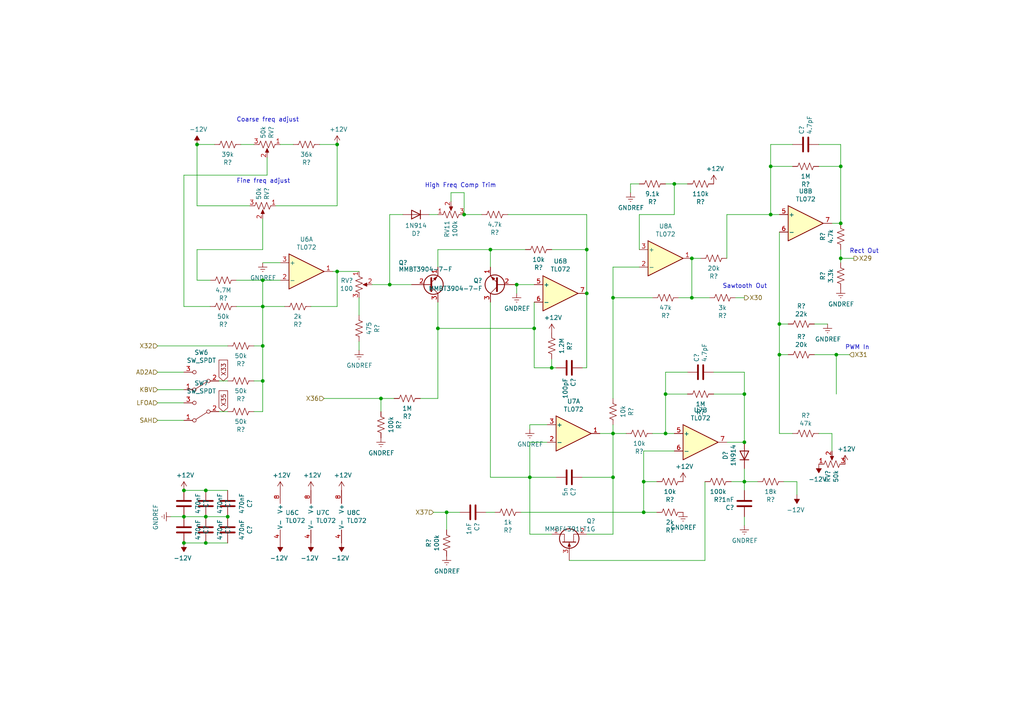
<source format=kicad_sch>
(kicad_sch (version 20230121) (generator eeschema)
  (paper "A4")
  (lib_symbols
    (symbol "Amplifier_Operational:TL072" (pin_names (offset 0.127))
      (property "Reference" "U" (at 0 5.08 0))
      (property "Value" "TL072" (at 0 -5.08 0))
      (symbol "TL072_1_1"
        (pin output line (at 7.62 0 180) (length 2.54) (name "~") (number "1"))
        (pin input line (at -7.62 -2.54 0) (length 2.54) (name "-") (number "2"))
        (pin input line (at -7.62 2.54 0) (length 2.54) (name "+") (number "3"))
      )
      (symbol "TL072_2_1"
        (pin input line (at -7.62 2.54 0) (length 2.54) (name "+") (number "5"))
        (pin input line (at -7.62 -2.54 0) (length 2.54) (name "-") (number "6"))
        (pin output line (at 7.62 0 180) (length 2.54) (name "~") (number "7"))
      )
      (symbol "TL072_3_1"
        (pin power_in line (at -2.54 -7.62 90) (length 3.81) (name "V-") (number "4"))
        (pin power_in line (at -2.54 7.62 270) (length 3.81) (name "V+") (number "8"))
      )
    )
    (symbol "Device:C" (pin_numbers hide) (pin_names (offset 0.254))
      (property "Reference" "C" (at 0.635 2.54 0))
      (property "Value" "C" (at 0.635 -2.54 0))
      (symbol "C_1_1"
        (pin passive line (at 0 3.81 270) (length 2.794) (name "~") (number "1"))
        (pin passive line (at 0 -3.81 90) (length 2.794) (name "~") (number "2"))
      )
    )
    (symbol "Device:Q_NJFET_DSG" (pin_names (offset 0) hide)
      (property "Reference" "Q" (at 5.08 1.27 0))
      (property "Value" "Q_NJFET_DSG" (at 5.08 -1.27 0))
      (symbol "Q_NJFET_DSG_1_1"
        (pin passive line (at 2.54 5.08 270) (length 2.54) (name "D") (number "1"))
        (pin passive line (at 2.54 -5.08 90) (length 2.54) (name "S") (number "2"))
        (pin input line (at -5.08 0 0) (length 5.334) (name "G") (number "3"))
      )
    )
    (symbol "Device:R_US" (pin_numbers hide) (pin_names (offset 0))
      (property "Reference" "R" (at 2.54 0 90))
      (property "Value" "R_US" (at -2.54 0 90))
      (symbol "R_US_1_1"
        (pin passive line (at 0 3.81 270) (length 1.27) (name "~") (number "1"))
        (pin passive line (at 0 -3.81 90) (length 1.27) (name "~") (number "2"))
      )
    )
    (symbol "Diode:1N914" (pin_numbers hide) (pin_names hide)
      (property "Reference" "D" (at 0 2.54 0))
      (property "Value" "1N914" (at 0 -2.54 0))
      (symbol "1N914_1_1"
        (pin passive line (at -3.81 0 0) (length 2.54) (name "K") (number "1"))
        (pin passive line (at 3.81 0 180) (length 2.54) (name "A") (number "2"))
      )
    )
    (symbol "Switch:SW_SPDT" (pin_names (offset 0) hide)
      (property "Reference" "SW" (at 0 4.318 0))
      (property "Value" "SW_SPDT" (at 0 -5.08 0))
      (symbol "SW_SPDT_1_1"
        (pin passive line (at 5.08 2.54 180) (length 2.54) (name "A") (number "1"))
        (pin passive line (at -5.08 0 0) (length 2.54) (name "B") (number "2"))
        (pin passive line (at 5.08 -2.54 180) (length 2.54) (name "C") (number "3"))
      )
    )
    (symbol "SynthProj-rescue:R_POT_US-Device" (pin_names (offset 1.016) hide)
      (property "Reference" "RV" (at -4.445 0 90))
      (property "Value" "Device_R_POT_US" (at -2.54 0 90))
      (symbol "R_POT_US-Device_1_1"
        (pin passive line (at 0 3.81 270) (length 1.27) (name "1") (number "1"))
        (pin passive line (at 3.81 0 180) (length 1.27) (name "2") (number "2"))
        (pin passive line (at 0 -3.81 90) (length 1.27) (name "3") (number "3"))
      )
    )
    (symbol "Transistor_BJT:2N3904" (pin_names (offset 0) hide)
      (property "Reference" "Q" (at 5.08 1.905 0))
      (property "Value" "2N3904" (at 5.08 0 0))
      (symbol "2N3904_1_1"
        (pin passive line (at 2.54 -5.08 90) (length 2.54) (name "E") (number "1"))
        (pin passive line (at -5.08 0 0) (length 5.715) (name "B") (number "2"))
        (pin passive line (at 2.54 5.08 270) (length 2.54) (name "C") (number "3"))
      )
    )
    (symbol "power:+12V" (power) (pin_names (offset 0))
      (property "Value" "+12V" (at 0 3.556 0))
      (symbol "+12V_1_1"
        (pin power_in line (at 0 0 90) (length 0) hide (name "+12V") (number "1"))
      )
    )
    (symbol "power:-12V" (power) (pin_names (offset 0))
      (property "Value" "-12V" (at 0 3.81 0))
      (symbol "-12V_0_0"
        (pin power_in line (at 0 0 90) (length 0) hide (name "-12V") (number "1"))
      )
    )
    (symbol "power:GNDREF" (power) (pin_names (offset 0))
      (property "Value" "GNDREF" (at 0 -3.81 0))
      (symbol "GNDREF_1_1"
        (pin power_in line (at 0 0 270) (length 0) hide (name "GNDREF") (number "1"))
      )
    )
  )
  (junction (at 177.8 86.36))
  (junction (at 59.69 142.24))
  (junction (at 226.06 102.87))
  (junction (at 113.03 82.55))
  (junction (at 186.69 139.7))
  (junction (at 223.52 48.26))
  (junction (at 66.04 149.86))
  (junction (at 215.9 128.27))
  (junction (at 243.84 74.93))
  (junction (at 200.66 86.36))
  (junction (at 186.69 148.59))
  (junction (at 53.34 142.24))
  (junction (at 97.79 41.91))
  (junction (at 57.15 41.91))
  (junction (at 160.02 106.68))
  (junction (at 215.9 139.7))
  (junction (at 110.49 115.57))
  (junction (at 243.84 64.77))
  (junction (at 170.18 85.09))
  (junction (at 76.2 110.49))
  (junction (at 193.04 125.73))
  (junction (at 170.18 72.39))
  (junction (at 59.69 149.86))
  (junction (at 226.06 93.98))
  (junction (at 242.57 102.87))
  (junction (at 177.8 125.73))
  (junction (at 97.79 78.74))
  (junction (at 154.94 95.25))
  (junction (at 53.34 157.48))
  (junction (at 223.52 62.23))
  (junction (at 129.54 148.59))
  (junction (at 149.86 82.55))
  (junction (at 142.24 72.39))
  (junction (at 153.67 138.43))
  (junction (at 193.04 114.3))
  (junction (at 177.8 138.43))
  (junction (at 76.2 81.28))
  (junction (at 243.84 48.26))
  (junction (at 195.58 53.34))
  (junction (at 76.2 100.33))
  (junction (at 127 95.25))
  (junction (at 134.62 62.23))
  (junction (at 76.2 88.9))
  (junction (at 53.34 149.86))
  (junction (at 200.66 74.93))
  (junction (at 215.9 114.3))
  (junction (at 59.69 157.48))
  (wire (pts (xy 186.69 130.81) (xy 186.69 139.7)))
  (wire (pts (xy 186.69 148.59) (xy 151.13 148.59)))
  (wire (pts (xy 143.51 148.59) (xy 140.97 148.59)))
  (wire (pts (xy 53.34 149.86) (xy 59.69 149.86)))
  (wire (pts (xy 53.34 116.84) (xy 45.72 116.84)))
  (wire (pts (xy 127 87.63) (xy 127 95.25)))
  (wire (pts (xy 200.66 86.36) (xy 205.74 86.36)))
  (wire (pts (xy 223.52 62.23) (xy 226.06 62.23)))
  (wire (pts (xy 57.15 72.39) (xy 76.2 72.39)))
  (wire (pts (xy 173.99 125.73) (xy 177.8 125.73)))
  (wire (pts (xy 210.82 62.23) (xy 223.52 62.23)))
  (wire (pts (xy 236.22 102.87) (xy 242.57 102.87)))
  (wire (pts (xy 193.04 107.95) (xy 193.04 114.3)))
  (wire (pts (xy 57.15 81.28) (xy 57.15 72.39)))
  (wire (pts (xy 72.39 59.69) (xy 57.15 59.69)))
  (wire (pts (xy 177.8 125.73) (xy 177.8 123.19)))
  (wire (pts (xy 243.84 41.91) (xy 243.84 48.26)))
  (wire (pts (xy 49.53 149.86) (xy 53.34 149.86)))
  (wire (pts (xy 177.8 125.73) (xy 181.61 125.73)))
  (wire (pts (xy 153.67 124.46) (xy 153.67 123.19)))
  (wire (pts (xy 200.66 74.93) (xy 203.2 74.93)))
  (wire (pts (xy 76.2 81.28) (xy 81.28 81.28)))
  (wire (pts (xy 195.58 130.81) (xy 186.69 130.81)))
  (wire (pts (xy 193.04 53.34) (xy 195.58 53.34)))
  (wire (pts (xy 243.84 64.77) (xy 241.3 64.77)))
  (wire (pts (xy 59.69 149.86) (xy 66.04 149.86)))
  (wire (pts (xy 240.03 93.98) (xy 236.22 93.98)))
  (wire (pts (xy 242.57 114.3) (xy 242.57 102.87)))
  (wire (pts (xy 116.84 62.23) (xy 113.03 62.23)))
  (wire (pts (xy 207.01 107.95) (xy 215.9 107.95)))
  (wire (pts (xy 226.06 102.87) (xy 226.06 125.73)))
  (wire (pts (xy 219.71 139.7) (xy 215.9 139.7)))
  (wire (pts (xy 215.9 142.24) (xy 215.9 139.7)))
  (wire (pts (xy 77.47 45.72) (xy 77.47 50.8)))
  (wire (pts (xy 237.49 48.26) (xy 243.84 48.26)))
  (wire (pts (xy 226.06 102.87) (xy 228.6 102.87)))
  (wire (pts (xy 242.57 102.87) (xy 246.38 102.87)))
  (wire (pts (xy 154.94 106.68) (xy 160.02 106.68)))
  (wire (pts (xy 226.06 125.73) (xy 229.87 125.73)))
  (wire (pts (xy 153.67 154.94) (xy 153.67 138.43)))
  (wire (pts (xy 210.82 128.27) (xy 215.9 128.27)))
  (wire (pts (xy 76.2 88.9) (xy 76.2 81.28)))
  (wire (pts (xy 77.47 50.8) (xy 53.34 50.8)))
  (wire (pts (xy 142.24 72.39) (xy 142.24 77.47)))
  (wire (pts (xy 130.81 55.88) (xy 134.62 55.88)))
  (wire (pts (xy 53.34 113.03) (xy 45.72 113.03)))
  (wire (pts (xy 113.03 82.55) (xy 119.38 82.55)))
  (wire (pts (xy 160.02 72.39) (xy 170.18 72.39)))
  (wire (pts (xy 127 115.57) (xy 121.92 115.57)))
  (wire (pts (xy 170.18 85.09) (xy 170.18 106.68)))
  (wire (pts (xy 199.39 114.3) (xy 193.04 114.3)))
  (wire (pts (xy 170.18 72.39) (xy 170.18 85.09)))
  (wire (pts (xy 231.14 139.7) (xy 227.33 139.7)))
  (wire (pts (xy 186.69 139.7) (xy 190.5 139.7)))
  (wire (pts (xy 127 72.39) (xy 142.24 72.39)))
  (wire (pts (xy 243.84 74.93) (xy 243.84 72.39)))
  (wire (pts (xy 185.42 62.23) (xy 185.42 72.39)))
  (wire (pts (xy 73.66 119.38) (xy 76.2 119.38)))
  (wire (pts (xy 215.9 128.27) (xy 215.9 114.3)))
  (wire (pts (xy 213.36 86.36) (xy 215.9 86.36)))
  (wire (pts (xy 59.69 142.24) (xy 66.04 142.24)))
  (wire (pts (xy 53.34 157.48) (xy 59.69 157.48)))
  (wire (pts (xy 96.52 78.74) (xy 97.79 78.74)))
  (wire (pts (xy 110.49 119.38) (xy 110.49 115.57)))
  (wire (pts (xy 243.84 48.26) (xy 243.84 64.77)))
  (wire (pts (xy 195.58 125.73) (xy 193.04 125.73)))
  (wire (pts (xy 133.35 148.59) (xy 129.54 148.59)))
  (wire (pts (xy 69.85 41.91) (xy 73.66 41.91)))
  (wire (pts (xy 177.8 77.47) (xy 185.42 77.47)))
  (wire (pts (xy 231.14 139.7) (xy 231.14 143.51)))
  (wire (pts (xy 226.06 67.31) (xy 226.06 93.98)))
  (wire (pts (xy 177.8 115.57) (xy 177.8 86.36)))
  (wire (pts (xy 57.15 59.69) (xy 57.15 41.91)))
  (wire (pts (xy 53.34 88.9) (xy 60.96 88.9)))
  (wire (pts (xy 134.62 62.23) (xy 139.7 62.23)))
  (wire (pts (xy 73.66 100.33) (xy 76.2 100.33)))
  (wire (pts (xy 160.02 104.14) (xy 160.02 106.68)))
  (wire (pts (xy 226.06 93.98) (xy 226.06 102.87)))
  (wire (pts (xy 68.58 88.9) (xy 76.2 88.9)))
  (wire (pts (xy 76.2 81.28) (xy 68.58 81.28)))
  (wire (pts (xy 45.72 100.33) (xy 66.04 100.33)))
  (wire (pts (xy 177.8 86.36) (xy 177.8 77.47)))
  (wire (pts (xy 53.34 50.8) (xy 53.34 88.9)))
  (wire (pts (xy 215.9 107.95) (xy 215.9 114.3)))
  (wire (pts (xy 195.58 62.23) (xy 185.42 62.23)))
  (wire (pts (xy 193.04 114.3) (xy 193.04 125.73)))
  (wire (pts (xy 63.5 110.49) (xy 66.04 110.49)))
  (wire (pts (xy 129.54 153.67) (xy 129.54 148.59)))
  (wire (pts (xy 142.24 72.39) (xy 152.4 72.39)))
  (wire (pts (xy 243.84 76.2) (xy 243.84 74.93)))
  (wire (pts (xy 76.2 76.2) (xy 81.28 76.2)))
  (wire (pts (xy 113.03 62.23) (xy 113.03 82.55)))
  (wire (pts (xy 97.79 78.74) (xy 97.79 88.9)))
  (wire (pts (xy 228.6 93.98) (xy 226.06 93.98)))
  (wire (pts (xy 154.94 95.25) (xy 154.94 106.68)))
  (wire (pts (xy 193.04 125.73) (xy 189.23 125.73)))
  (wire (pts (xy 57.15 41.91) (xy 62.23 41.91)))
  (wire (pts (xy 170.18 106.68) (xy 168.91 106.68)))
  (wire (pts (xy 210.82 74.93) (xy 210.82 62.23)))
  (wire (pts (xy 215.9 152.4) (xy 215.9 149.86)))
  (wire (pts (xy 200.66 86.36) (xy 196.85 86.36)))
  (wire (pts (xy 186.69 139.7) (xy 186.69 148.59)))
  (wire (pts (xy 158.75 128.27) (xy 153.67 128.27)))
  (wire (pts (xy 92.71 41.91) (xy 97.79 41.91)))
  (wire (pts (xy 149.86 82.55) (xy 154.94 82.55)))
  (wire (pts (xy 53.34 142.24) (xy 59.69 142.24)))
  (wire (pts (xy 97.79 78.74) (xy 104.14 78.74)))
  (wire (pts (xy 241.3 130.81) (xy 241.3 125.73)))
  (wire (pts (xy 223.52 41.91) (xy 229.87 41.91)))
  (wire (pts (xy 134.62 55.88) (xy 134.62 62.23)))
  (wire (pts (xy 104.14 101.6) (xy 104.14 99.06)))
  (wire (pts (xy 215.9 139.7) (xy 215.9 135.89)))
  (wire (pts (xy 170.18 62.23) (xy 170.18 72.39)))
  (wire (pts (xy 195.58 53.34) (xy 195.58 62.23)))
  (wire (pts (xy 212.09 139.7) (xy 215.9 139.7)))
  (wire (pts (xy 223.52 48.26) (xy 223.52 41.91)))
  (wire (pts (xy 76.2 100.33) (xy 76.2 110.49)))
  (wire (pts (xy 104.14 91.44) (xy 104.14 86.36)))
  (wire (pts (xy 147.32 62.23) (xy 170.18 62.23)))
  (wire (pts (xy 82.55 88.9) (xy 76.2 88.9)))
  (wire (pts (xy 76.2 88.9) (xy 76.2 100.33)))
  (wire (pts (xy 59.69 157.48) (xy 66.04 157.48)))
  (wire (pts (xy 160.02 106.68) (xy 161.29 106.68)))
  (wire (pts (xy 243.84 74.93) (xy 247.65 74.93)))
  (wire (pts (xy 63.5 119.38) (xy 66.04 119.38)))
  (wire (pts (xy 127 95.25) (xy 127 115.57)))
  (wire (pts (xy 229.87 48.26) (xy 223.52 48.26)))
  (wire (pts (xy 200.66 74.93) (xy 200.66 86.36)))
  (wire (pts (xy 127 77.47) (xy 127 72.39)))
  (wire (pts (xy 73.66 110.49) (xy 76.2 110.49)))
  (wire (pts (xy 107.95 82.55) (xy 113.03 82.55)))
  (wire (pts (xy 204.47 162.56) (xy 204.47 139.7)))
  (wire (pts (xy 110.49 115.57) (xy 114.3 115.57)))
  (wire (pts (xy 93.98 115.57) (xy 110.49 115.57)))
  (wire (pts (xy 129.54 148.59) (xy 125.73 148.59)))
  (wire (pts (xy 76.2 110.49) (xy 76.2 119.38)))
  (wire (pts (xy 182.88 55.88) (xy 182.88 53.34)))
  (wire (pts (xy 189.23 86.36) (xy 177.8 86.36)))
  (wire (pts (xy 154.94 95.25) (xy 154.94 87.63)))
  (wire (pts (xy 168.91 138.43) (xy 177.8 138.43)))
  (wire (pts (xy 165.1 162.56) (xy 204.47 162.56)))
  (wire (pts (xy 160.02 154.94) (xy 153.67 154.94)))
  (wire (pts (xy 53.34 121.92) (xy 45.72 121.92)))
  (wire (pts (xy 153.67 138.43) (xy 161.29 138.43)))
  (wire (pts (xy 81.28 41.91) (xy 85.09 41.91)))
  (wire (pts (xy 182.88 53.34) (xy 185.42 53.34)))
  (wire (pts (xy 142.24 87.63) (xy 142.24 138.43)))
  (wire (pts (xy 215.9 114.3) (xy 207.01 114.3)))
  (wire (pts (xy 142.24 138.43) (xy 153.67 138.43)))
  (wire (pts (xy 223.52 48.26) (xy 223.52 62.23)))
  (wire (pts (xy 97.79 88.9) (xy 90.17 88.9)))
  (wire (pts (xy 80.01 59.69) (xy 97.79 59.69)))
  (wire (pts (xy 241.3 125.73) (xy 237.49 125.73)))
  (wire (pts (xy 153.67 128.27) (xy 153.67 138.43)))
  (wire (pts (xy 237.49 41.91) (xy 243.84 41.91)))
  (wire (pts (xy 60.96 81.28) (xy 57.15 81.28)))
  (wire (pts (xy 190.5 148.59) (xy 186.69 148.59)))
  (wire (pts (xy 177.8 138.43) (xy 177.8 154.94)))
  (wire (pts (xy 130.81 58.42) (xy 130.81 55.88)))
  (wire (pts (xy 76.2 72.39) (xy 76.2 63.5)))
  (wire (pts (xy 177.8 125.73) (xy 177.8 138.43)))
  (wire (pts (xy 195.58 53.34) (xy 199.39 53.34)))
  (wire (pts (xy 170.18 154.94) (xy 177.8 154.94)))
  (wire (pts (xy 149.86 85.09) (xy 149.86 82.55)))
  (wire (pts (xy 53.34 107.95) (xy 45.72 107.95)))
  (wire (pts (xy 97.79 59.69) (xy 97.79 41.91)))
  (wire (pts (xy 127 95.25) (xy 154.94 95.25)))
  (wire (pts (xy 199.39 107.95) (xy 193.04 107.95)))
  (wire (pts (xy 153.67 123.19) (xy 158.75 123.19)))
  (wire (pts (xy 124.46 62.23) (xy 127 62.23)))
  (text "PWM In" (at 245.11 101.6 0) (effects (font (size 1.27 1.27)) (justify left bottom)))
  (text "Fine freq adjust" (at 68.58 53.34 0) (effects (font (size 1.27 1.27)) (justify left bottom)))
  (text "High Freq Comp Trim" (at 123.19 54.61 0) (effects (font (size 1.27 1.27)) (justify left bottom)))
  (text "Coarse freq adjust" (at 68.58 35.56 0) (effects (font (size 1.27 1.27)) (justify left bottom)))
  (text "Sawtooth Out" (at 209.55 83.82 0) (effects (font (size 1.27 1.27)) (justify left bottom)))
  (text "Rect Out" (at 246.38 73.66 0) (effects (font (size 1.27 1.27)) (justify left bottom)))
  (global_label "X33" (shape input) (at 64.77 110.49 90) (property "Intersheetrefs" "${INTERSHEET_REFS}" (effects hide)))
  (global_label "X35" (shape input) (at 64.77 119.38 90) (property "Intersheetrefs" "${INTERSHEET_REFS}" (effects hide)))
  (hierarchical_label "KBV" (shape input) (at 45.72 113.03 180))
  (hierarchical_label "X30" (shape output) (at 215.9 86.36 0))
  (hierarchical_label "X29" (shape output) (at 247.65 74.93 0))
  (hierarchical_label "X37" (shape input) (at 125.73 148.59 180))
  (hierarchical_label "X36" (shape input) (at 93.98 115.57 180))
  (hierarchical_label "X31" (shape input) (at 246.38 102.87 0))
  (hierarchical_label "AD2A" (shape input) (at 45.72 107.95 180))
  (hierarchical_label "SAH" (shape input) (at 45.72 121.92 180))
  (hierarchical_label "LFOA" (shape input) (at 45.72 116.84 180))
  (hierarchical_label "X32" (shape input) (at 45.72 100.33 180))
  (symbol (lib_id "power:+12V") (at 53.34 142.24 0) (unit 1)
    (property "Reference" "#PWR?" (effects hide))
    (property "Value" "+12V" (at 53.721 137.8458 0))
    (instances (project "SynthProj" (path "" (reference "#PWR?") (unit 1)) (path "" (reference "#PWR?") (unit 1)) (path "" (reference "#PWR097") (unit 1)) (path "" (reference "#PWR022") (unit 1))))
  )
  (symbol (lib_id "power:-12V") (at 53.34 157.48 180) (unit 1)
    (property "Reference" "#PWR?" (effects hide))
    (property "Value" "-12V" (at 52.959 161.8742 0))
    (instances (project "SynthProj" (path "" (reference "#PWR?") (unit 1)) (path "" (reference "#PWR?") (unit 1)) (path "" (reference "#PWR098") (unit 1)) (path "" (reference "#PWR023") (unit 1))))
  )
  (symbol (lib_id "power:GNDREF") (at 49.53 149.86 270) (unit 1)
    (property "Reference" "#PWR?" (effects hide))
    (property "Value" "GNDREF" (at 45.1358 149.987 0))
    (instances (project "SynthProj" (path "" (reference "#PWR?") (unit 1)) (path "" (reference "#PWR?") (unit 1)) (path "" (reference "#PWR096") (unit 1)) (path "" (reference "#PWR021") (unit 1))))
  )
  (symbol (lib_id "Device:C") (at 59.69 146.05 180) (unit 1)
    (property "Reference" "C?" (at 66.0908 146.05 90))
    (property "Value" "470nF" (at 63.7794 146.05 90))
    (property "Footprint" "Capacitor_SMD:C_0805_2012Metric" (effects hide))
    (instances (project "SynthProj" (path "" (reference "C?") (unit 1)) (path "" (reference "C?") (unit 1)) (path "" (reference "C25") (unit 1)) (path "" (reference "C96") (unit 1))))
  )
  (symbol (lib_id "Device:C") (at 59.69 153.67 180) (unit 1)
    (property "Reference" "C?" (at 66.0908 153.67 90))
    (property "Value" "470nF" (at 63.7794 153.67 90))
    (property "Footprint" "Capacitor_SMD:C_0805_2012Metric" (effects hide))
    (instances (project "SynthProj" (path "" (reference "C?") (unit 1)) (path "" (reference "C?") (unit 1)) (path "" (reference "C26") (unit 1)) (path "" (reference "C97") (unit 1))))
  )
  (symbol (lib_id "Amplifier_Operational:TL072") (at 88.9 78.74 0) (unit 1)
    (property "Reference" "U6" (at 88.9 69.4182 0))
    (property "Value" "TL072" (at 88.9 71.7296 0))
    (property "Footprint" "Package_SO:SO-8_3.9x4.9mm_P1.27mm" (effects hide))
    (property "Datasheet" "http://www.ti.com/lit/ds/symlink/tl071.pdf" (effects hide))
    (instances (project "SynthProj" (path "" (reference "U6") (unit 1)) (path "" (reference "U17") (unit 1))))
  )
  (symbol (lib_id "Amplifier_Operational:TL072") (at 83.82 149.86 0) (unit 3)
    (property "Reference" "U6" (at 82.7532 148.6916 0) (effects (justify left)))
    (property "Value" "TL072" (at 82.7532 151.003 0) (effects (justify left)))
    (property "Footprint" "Package_SO:SO-8_3.9x4.9mm_P1.27mm" (effects hide))
    (property "Datasheet" "http://www.ti.com/lit/ds/symlink/tl071.pdf" (effects hide))
    (instances (project "SynthProj" (path "" (reference "U6") (unit 3)) (path "" (reference "U17") (unit 3))))
  )
  (symbol (lib_id "SynthProj-rescue:R_POT_US-Device") (at 104.14 82.55 0) (unit 1)
    (property "Reference" "RV?" (at 102.4382 81.3816 0) (effects (justify right)))
    (property "Value" "100" (at 102.4382 83.693 0) (effects (justify right)))
    (property "Footprint" "Potentiometer_SMD:Potentiometer_Bourns_TC33X_Vertical" (effects hide))
    (instances (project "SynthProj" (path "" (reference "RV?") (unit 1)) (path "" (reference "RV?") (unit 1)) (path "" (reference "RV15") (unit 1)) (path "" (reference "RV?") (unit 1)) (path "" (reference "RV45") (unit 1))))
  )
  (symbol (lib_id "Device:R_US") (at 104.14 95.25 180) (unit 1)
    (property "Reference" "R?" (at 109.347 95.25 90))
    (property "Value" "475" (at 107.0356 95.25 90))
    (property "Footprint" "Resistor_SMD:R_0603_1608Metric" (effects hide))
    (instances (project "SynthProj" (path "" (reference "R?") (unit 1)) (path "" (reference "R?") (unit 1)) (path "" (reference "R72") (unit 1)) (path "" (reference "R185") (unit 1))))
  )
  (symbol (lib_id "power:GNDREF") (at 104.14 101.6 0) (unit 1)
    (property "Reference" "#PWR?" (effects hide))
    (property "Value" "GNDREF" (at 104.267 105.9942 0))
    (instances (project "SynthProj" (path "" (reference "#PWR?") (unit 1)) (path "" (reference "#PWR?") (unit 1)) (path "" (reference "#PWR0108") (unit 1)) (path "" (reference "#PWR0227") (unit 1))))
  )
  (symbol (lib_id "Device:R_US") (at 86.36 88.9 90) (unit 1)
    (property "Reference" "R?" (at 86.36 94.107 90))
    (property "Value" "2k" (at 86.36 91.7956 90))
    (property "Footprint" "Resistor_SMD:R_0603_1608Metric" (effects hide))
    (instances (project "SynthProj" (path "" (reference "R?") (unit 1)) (path "" (reference "R?") (unit 1)) (path "" (reference "R70") (unit 1)) (path "" (reference "R183") (unit 1))))
  )
  (symbol (lib_id "Diode:1N914") (at 120.65 62.23 180) (unit 1)
    (property "Reference" "D?" (at 120.65 67.7418 0))
    (property "Value" "1N914" (at 120.65 65.4304 0))
    (property "Footprint" "Diode_SMD:D_SOD-323F" (effects hide))
    (property "Datasheet" "http://www.vishay.com/docs/85622/1n914.pdf" (effects hide))
    (instances (project "SynthProj" (path "" (reference "D?") (unit 1)) (path "" (reference "D?") (unit 1)) (path "" (reference "D4") (unit 1)) (path "" (reference "D34") (unit 1))))
  )
  (symbol (lib_id "Device:R_US") (at 143.51 62.23 90) (unit 1)
    (property "Reference" "R?" (at 143.51 67.437 90))
    (property "Value" "4.7k" (at 143.51 65.1256 90))
    (property "Footprint" "Resistor_SMD:R_0603_1608Metric" (effects hide))
    (instances (project "SynthProj" (path "" (reference "R?") (unit 1)) (path "" (reference "R?") (unit 1)) (path "" (reference "R76") (unit 1)) (path "" (reference "R189") (unit 1))))
  )
  (symbol (lib_id "Amplifier_Operational:TL072") (at 162.56 85.09 0) (unit 2)
    (property "Reference" "U6" (at 162.56 75.7682 0))
    (property "Value" "TL072" (at 162.56 78.0796 0))
    (property "Footprint" "Package_SO:SO-8_3.9x4.9mm_P1.27mm" (effects hide))
    (property "Datasheet" "http://www.ti.com/lit/ds/symlink/tl071.pdf" (effects hide))
    (instances (project "SynthProj" (path "" (reference "U6") (unit 2)) (path "" (reference "U17") (unit 2))))
  )
  (symbol (lib_id "Transistor_BJT:2N3904") (at 144.78 82.55 180) (unit 1)
    (property "Reference" "Q?" (at 139.9286 81.3816 0) (effects (justify left)))
    (property "Value" "MMBT3904-7-F" (at 139.9286 83.693 0) (effects (justify left)))
    (property "Footprint" "Package_TO_SOT_SMD:SOT-23-3" (effects hide))
    (property "Datasheet" "https://www.onsemi.com/pub/Collateral/2N3903-D.PDF" (effects hide))
    (instances (project "SynthProj" (path "" (reference "Q?") (unit 1)) (path "" (reference "Q?") (unit 1)) (path "" (reference "Q11") (unit 1)) (path "" (reference "Q25") (unit 1))))
  )
  (symbol (lib_id "Transistor_BJT:2N3904") (at 124.46 82.55 0) (mirror x) (unit 1)
    (property "Reference" "Q?" (at 115.57 76.2 0) (effects (justify left)))
    (property "Value" "MMBT3904-7-F" (at 115.57 78.105 0) (effects (justify left)))
    (property "Footprint" "Package_TO_SOT_SMD:SOT-23-3" (effects hide))
    (property "Datasheet" "https://www.onsemi.com/pub/Collateral/2N3903-D.PDF" (effects hide))
    (instances (project "SynthProj" (path "" (reference "Q?") (unit 1)) (path "" (reference "Q?") (unit 1)) (path "" (reference "Q10") (unit 1)) (path "" (reference "Q20") (unit 1))))
  )
  (symbol (lib_id "power:GNDREF") (at 149.86 85.09 0) (unit 1)
    (property "Reference" "#PWR?" (effects hide))
    (property "Value" "GNDREF" (at 149.987 89.4842 0))
    (instances (project "SynthProj" (path "" (reference "#PWR?") (unit 1)) (path "" (reference "#PWR?") (unit 1)) (path "" (reference "#PWR0111") (unit 1)) (path "" (reference "#PWR0230") (unit 1))))
  )
  (symbol (lib_id "Device:R_US") (at 156.21 72.39 90) (unit 1)
    (property "Reference" "R?" (at 156.21 77.597 90))
    (property "Value" "10k" (at 156.21 75.2856 90))
    (property "Footprint" "Resistor_SMD:R_0603_1608Metric" (effects hide))
    (instances (project "SynthProj" (path "" (reference "R?") (unit 1)) (path "" (reference "R?") (unit 1)) (path "" (reference "R78") (unit 1)) (path "" (reference "R191") (unit 1))))
  )
  (symbol (lib_id "power:GNDREF") (at 76.2 76.2 0) (unit 1)
    (property "Reference" "#PWR?" (effects hide))
    (property "Value" "GNDREF" (at 76.327 80.5942 0))
    (instances (project "SynthProj" (path "" (reference "#PWR?") (unit 1)) (path "" (reference "#PWR?") (unit 1)) (path "" (reference "#PWR0100") (unit 1)) (path "" (reference "#PWR029") (unit 1))))
  )
  (symbol (lib_id "Device:R_US") (at 64.77 81.28 90) (unit 1)
    (property "Reference" "R?" (at 64.77 86.487 90))
    (property "Value" "4.7M" (at 64.77 84.1756 90))
    (property "Footprint" "Resistor_SMD:R_0603_1608Metric" (effects hide))
    (instances (project "SynthProj" (path "" (reference "R?") (unit 1)) (path "" (reference "R?") (unit 1)) (path "" (reference "R64") (unit 1)) (path "" (reference "R177") (unit 1))))
  )
  (symbol (lib_id "SynthProj-rescue:R_POT_US-Device") (at 76.2 59.69 270) (unit 1)
    (property "Reference" "RV?" (at 77.3684 57.9882 0) (effects (justify right)))
    (property "Value" "50k" (at 75.057 57.9882 0) (effects (justify right)))
    (property "Footprint" "Potentiometer_THT:Potentiometer_Alps_RK09K_Single_Vertical" (effects hide))
    (instances (project "SynthProj" (path "" (reference "RV?") (unit 1)) (path "" (reference "RV?") (unit 1)) (path "" (reference "RV13") (unit 1)) (path "" (reference "RV?") (unit 1)) (path "" (reference "RV43") (unit 1))))
  )
  (symbol (lib_id "Device:R_US") (at 66.04 41.91 90) (unit 1)
    (property "Reference" "R?" (at 66.04 47.117 90))
    (property "Value" "39k" (at 66.04 44.8056 90))
    (property "Footprint" "Resistor_SMD:R_0603_1608Metric" (effects hide))
    (instances (project "SynthProj" (path "" (reference "R?") (unit 1)) (path "" (reference "R?") (unit 1)) (path "" (reference "R66") (unit 1)) (path "" (reference "R179") (unit 1))))
  )
  (symbol (lib_id "Device:R_US") (at 88.9 41.91 90) (unit 1)
    (property "Reference" "R?" (at 88.9 47.117 90))
    (property "Value" "36k" (at 88.9 44.8056 90))
    (property "Footprint" "Resistor_SMD:R_0603_1608Metric" (effects hide))
    (instances (project "SynthProj" (path "" (reference "R?") (unit 1)) (path "" (reference "R?") (unit 1)) (path "" (reference "R71") (unit 1)) (path "" (reference "R184") (unit 1))))
  )
  (symbol (lib_id "SynthProj-rescue:R_POT_US-Device") (at 77.47 41.91 270) (unit 1)
    (property "Reference" "RV?" (at 78.6384 40.2082 0) (effects (justify right)))
    (property "Value" "50k" (at 76.327 40.2082 0) (effects (justify right)))
    (property "Footprint" "Potentiometer_THT:Potentiometer_Alps_RK09K_Single_Vertical" (effects hide))
    (instances (project "SynthProj" (path "" (reference "RV?") (unit 1)) (path "" (reference "RV?") (unit 1)) (path "" (reference "RV14") (unit 1)) (path "" (reference "RV?") (unit 1)) (path "" (reference "RV44") (unit 1))))
  )
  (symbol (lib_id "power:+12V") (at 81.28 142.24 0) (unit 1)
    (property "Reference" "#PWR?" (effects hide))
    (property "Value" "+12V" (at 81.661 137.8458 0))
    (instances (project "SynthProj" (path "" (reference "#PWR?") (unit 1)) (path "" (reference "#PWR?") (unit 1)) (path "" (reference "#PWR0101") (unit 1)) (path "" (reference "#PWR0152") (unit 1))))
  )
  (symbol (lib_id "power:-12V") (at 81.28 157.48 180) (unit 1)
    (property "Reference" "#PWR?" (effects hide))
    (property "Value" "-12V" (at 80.899 161.8742 0))
    (instances (project "SynthProj" (path "" (reference "#PWR?") (unit 1)) (path "" (reference "#PWR?") (unit 1)) (path "" (reference "#PWR0102") (unit 1)) (path "" (reference "#PWR0153") (unit 1))))
  )
  (symbol (lib_id "power:+12V") (at 97.79 41.91 0) (unit 1)
    (property "Reference" "#PWR?" (effects hide))
    (property "Value" "+12V" (at 98.171 37.5158 0))
    (instances (project "SynthProj" (path "" (reference "#PWR?") (unit 1)) (path "" (reference "#PWR?") (unit 1)) (path "" (reference "#PWR0105") (unit 1)) (path "" (reference "#PWR0172") (unit 1))))
  )
  (symbol (lib_id "power:-12V") (at 57.15 41.91 0) (unit 1)
    (property "Reference" "#PWR?" (effects hide))
    (property "Value" "-12V" (at 57.531 37.5158 0))
    (instances (project "SynthProj" (path "" (reference "#PWR?") (unit 1)) (path "" (reference "#PWR?") (unit 1)) (path "" (reference "#PWR099") (unit 1)) (path "" (reference "#PWR024") (unit 1))))
  )
  (symbol (lib_id "Device:R_US") (at 64.77 88.9 90) (unit 1)
    (property "Reference" "R?" (at 64.77 94.107 90))
    (property "Value" "50k" (at 64.77 91.7956 90))
    (property "Footprint" "Resistor_SMD:R_0603_1608Metric" (effects hide))
    (instances (project "SynthProj" (path "" (reference "R?") (unit 1)) (path "" (reference "R?") (unit 1)) (path "" (reference "R65") (unit 1)) (path "" (reference "R178") (unit 1))))
  )
  (symbol (lib_id "Amplifier_Operational:TL072") (at 166.37 125.73 0) (unit 1)
    (property "Reference" "U7" (at 166.37 116.4082 0))
    (property "Value" "TL072" (at 166.37 118.7196 0))
    (property "Footprint" "Package_SO:SO-8_3.9x4.9mm_P1.27mm" (effects hide))
    (property "Datasheet" "http://www.ti.com/lit/ds/symlink/tl071.pdf" (effects hide))
    (instances (project "SynthProj" (path "" (reference "U7") (unit 1)) (path "" (reference "U18") (unit 1))))
  )
  (symbol (lib_id "Device:C") (at 165.1 138.43 270) (unit 1)
    (property "Reference" "C?" (at 166.2684 141.351 0) (effects (justify left)))
    (property "Value" "5n" (at 163.957 141.351 0) (effects (justify left)))
    (property "Footprint" "Capacitor_SMD:C_0603_1608Metric" (effects hide))
    (instances (project "SynthProj" (path "" (reference "C?") (unit 1)) (path "" (reference "C?") (unit 1)) (path "" (reference "C31") (unit 1)) (path "" (reference "C102") (unit 1))))
  )
  (symbol (lib_id "Device:R_US") (at 177.8 119.38 180) (unit 1)
    (property "Reference" "R?" (at 183.007 119.38 90))
    (property "Value" "10k" (at 180.6956 119.38 90))
    (property "Footprint" "Resistor_SMD:R_0603_1608Metric" (effects hide))
    (instances (project "SynthProj" (path "" (reference "R?") (unit 1)) (path "" (reference "R?") (unit 1)) (path "" (reference "R80") (unit 1)) (path "" (reference "R193") (unit 1))))
  )
  (symbol (lib_id "Device:R_US") (at 185.42 125.73 90) (unit 1)
    (property "Reference" "R?" (at 185.42 130.937 90))
    (property "Value" "10k" (at 185.42 128.6256 90))
    (property "Footprint" "Resistor_SMD:R_0603_1608Metric" (effects hide))
    (instances (project "SynthProj" (path "" (reference "R?") (unit 1)) (path "" (reference "R?") (unit 1)) (path "" (reference "R81") (unit 1)) (path "" (reference "R194") (unit 1))))
  )
  (symbol (lib_id "Device:R_US") (at 194.31 139.7 90) (unit 1)
    (property "Reference" "R?" (at 194.31 144.907 90))
    (property "Value" "10k" (at 194.31 142.5956 90))
    (property "Footprint" "Resistor_SMD:R_0603_1608Metric" (effects hide))
    (instances (project "SynthProj" (path "" (reference "R?") (unit 1)) (path "" (reference "R?") (unit 1)) (path "" (reference "R84") (unit 1)) (path "" (reference "R197") (unit 1))))
  )
  (symbol (lib_id "Device:R_US") (at 194.31 148.59 90) (unit 1)
    (property "Reference" "R?" (at 194.31 153.797 90))
    (property "Value" "2k" (at 194.31 151.4856 90))
    (property "Footprint" "Resistor_SMD:R_0603_1608Metric" (effects hide))
    (instances (project "SynthProj" (path "" (reference "R?") (unit 1)) (path "" (reference "R?") (unit 1)) (path "" (reference "R85") (unit 1)) (path "" (reference "R198") (unit 1))))
  )
  (symbol (lib_id "power:GNDREF") (at 198.12 148.59 0) (unit 1)
    (property "Reference" "#PWR?" (effects hide))
    (property "Value" "GNDREF" (at 198.247 152.9842 0))
    (instances (project "SynthProj" (path "" (reference "#PWR?") (unit 1)) (path "" (reference "#PWR?") (unit 1)) (path "" (reference "#PWR0116") (unit 1)) (path "" (reference "#PWR0235") (unit 1))))
  )
  (symbol (lib_id "power:+12V") (at 198.12 139.7 0) (unit 1)
    (property "Reference" "#PWR?" (effects hide))
    (property "Value" "+12V" (at 198.501 135.3058 0))
    (instances (project "SynthProj" (path "" (reference "#PWR?") (unit 1)) (path "" (reference "#PWR?") (unit 1)) (path "" (reference "#PWR0115") (unit 1)) (path "" (reference "#PWR0234") (unit 1))))
  )
  (symbol (lib_id "Device:R_US") (at 147.32 148.59 90) (unit 1)
    (property "Reference" "R?" (at 147.32 153.797 90))
    (property "Value" "1k" (at 147.32 151.4856 90))
    (property "Footprint" "Resistor_SMD:R_0603_1608Metric" (effects hide))
    (instances (project "SynthProj" (path "" (reference "R?") (unit 1)) (path "" (reference "R?") (unit 1)) (path "" (reference "R77") (unit 1)) (path "" (reference "R190") (unit 1))))
  )
  (symbol (lib_id "power:GNDREF") (at 153.67 124.46 0) (unit 1)
    (property "Reference" "#PWR?" (effects hide))
    (property "Value" "GNDREF" (at 153.797 128.8542 0))
    (instances (project "SynthProj" (path "" (reference "#PWR?") (unit 1)) (path "" (reference "#PWR?") (unit 1)) (path "" (reference "#PWR0112") (unit 1)) (path "" (reference "#PWR0231") (unit 1))))
  )
  (symbol (lib_id "Device:R_US") (at 69.85 100.33 90) (unit 1)
    (property "Reference" "R?" (at 69.85 105.537 90))
    (property "Value" "50k" (at 69.85 103.2256 90))
    (property "Footprint" "Resistor_SMD:R_0603_1608Metric" (effects hide))
    (instances (project "SynthProj" (path "" (reference "R?") (unit 1)) (path "" (reference "R?") (unit 1)) (path "" (reference "R67") (unit 1)) (path "" (reference "R180") (unit 1))))
  )
  (symbol (lib_id "Device:R_US") (at 69.85 110.49 90) (unit 1)
    (property "Reference" "R?" (at 69.85 115.697 90))
    (property "Value" "50k" (at 69.85 113.3856 90))
    (property "Footprint" "Resistor_SMD:R_0603_1608Metric" (effects hide))
    (instances (project "SynthProj" (path "" (reference "R?") (unit 1)) (path "" (reference "R?") (unit 1)) (path "" (reference "R68") (unit 1)) (path "" (reference "R181") (unit 1))))
  )
  (symbol (lib_id "Switch:SW_SPDT") (at 58.42 119.38 180) (unit 1)
    (property "Reference" "SW7" (at 58.42 111.125 0))
    (property "Value" "SW_SPDT" (at 58.42 113.4364 0))
    (property "Footprint" "SynthProjConnectors:SMTS-102" (effects hide))
    (instances (project "SynthProj" (path "" (reference "SW7") (unit 1)) (path "" (reference "SW25") (unit 1))))
  )
  (symbol (lib_id "Device:R_US") (at 69.85 119.38 90) (unit 1)
    (property "Reference" "R?" (at 69.85 124.587 90))
    (property "Value" "50k" (at 69.85 122.2756 90))
    (property "Footprint" "Resistor_SMD:R_0603_1608Metric" (effects hide))
    (instances (project "SynthProj" (path "" (reference "R?") (unit 1)) (path "" (reference "R?") (unit 1)) (path "" (reference "R69") (unit 1)) (path "" (reference "R182") (unit 1))))
  )
  (symbol (lib_id "Switch:SW_SPDT") (at 58.42 110.49 180) (unit 1)
    (property "Reference" "SW6" (at 58.42 102.235 0))
    (property "Value" "SW_SPDT" (at 58.42 104.5464 0))
    (property "Footprint" "SynthProjConnectors:SMTS-102" (effects hide))
    (instances (project "SynthProj" (path "" (reference "SW6") (unit 1)) (path "" (reference "SW24") (unit 1))))
  )
  (symbol (lib_id "Device:R_US") (at 118.11 115.57 90) (unit 1)
    (property "Reference" "R?" (at 118.11 120.777 90))
    (property "Value" "1M" (at 118.11 118.4656 90))
    (property "Footprint" "Resistor_SMD:R_0603_1608Metric" (effects hide))
    (instances (project "SynthProj" (path "" (reference "R?") (unit 1)) (path "" (reference "R?") (unit 1)) (path "" (reference "R74") (unit 1)) (path "" (reference "R187") (unit 1))))
  )
  (symbol (lib_id "Device:R_US") (at 110.49 123.19 180) (unit 1)
    (property "Reference" "R?" (at 115.697 123.19 90))
    (property "Value" "100k" (at 113.3856 123.19 90))
    (property "Footprint" "Resistor_SMD:R_0603_1608Metric" (effects hide))
    (instances (project "SynthProj" (path "" (reference "R?") (unit 1)) (path "" (reference "R?") (unit 1)) (path "" (reference "R73") (unit 1)) (path "" (reference "R186") (unit 1))))
  )
  (symbol (lib_id "power:GNDREF") (at 110.49 127 0) (unit 1)
    (property "Reference" "#PWR?" (effects hide))
    (property "Value" "GNDREF" (at 110.617 131.3942 0))
    (instances (project "SynthProj" (path "" (reference "#PWR?") (unit 1)) (path "" (reference "#PWR?") (unit 1)) (path "" (reference "#PWR0109") (unit 1)) (path "" (reference "#PWR0228") (unit 1))))
  )
  (symbol (lib_id "Diode:1N914") (at 215.9 132.08 90) (unit 1)
    (property "Reference" "D?" (at 210.3882 132.08 0))
    (property "Value" "1N914" (at 212.6996 132.08 0))
    (property "Footprint" "Diode_SMD:D_SOD-323F" (effects hide))
    (property "Datasheet" "http://www.vishay.com/docs/85622/1n914.pdf" (effects hide))
    (instances (project "SynthProj" (path "" (reference "D?") (unit 1)) (path "" (reference "D?") (unit 1)) (path "" (reference "D5") (unit 1)) (path "" (reference "D35") (unit 1))))
  )
  (symbol (lib_id "Device:C") (at 215.9 146.05 180) (unit 1)
    (property "Reference" "C?" (at 212.979 147.2184 0) (effects (justify left)))
    (property "Value" "1nF" (at 212.979 144.907 0) (effects (justify left)))
    (property "Footprint" "Capacitor_SMD:C_0603_1608Metric" (effects hide))
    (instances (project "SynthProj" (path "" (reference "C?") (unit 1)) (path "" (reference "C?") (unit 1)) (path "" (reference "C33") (unit 1)) (path "" (reference "C104") (unit 1))))
  )
  (symbol (lib_id "power:GNDREF") (at 215.9 152.4 0) (unit 1)
    (property "Reference" "#PWR?" (effects hide))
    (property "Value" "GNDREF" (at 216.027 156.7942 0))
    (instances (project "SynthProj" (path "" (reference "#PWR?") (unit 1)) (path "" (reference "#PWR?") (unit 1)) (path "" (reference "#PWR0118") (unit 1)) (path "" (reference "#PWR0237") (unit 1))))
  )
  (symbol (lib_id "power:+12V") (at 160.02 96.52 0) (unit 1)
    (property "Reference" "#PWR?" (effects hide))
    (property "Value" "+12V" (at 160.401 92.1258 0))
    (instances (project "SynthProj" (path "" (reference "#PWR?") (unit 1)) (path "" (reference "#PWR?") (unit 1)) (path "" (reference "#PWR0113") (unit 1)) (path "" (reference "#PWR0232") (unit 1))))
  )
  (symbol (lib_id "Device:R_US") (at 160.02 100.33 180) (unit 1)
    (property "Reference" "R?" (at 165.227 100.33 90))
    (property "Value" "1.2M" (at 162.9156 100.33 90))
    (property "Footprint" "Resistor_SMD:R_0603_1608Metric" (effects hide))
    (instances (project "SynthProj" (path "" (reference "R?") (unit 1)) (path "" (reference "R?") (unit 1)) (path "" (reference "R79") (unit 1)) (path "" (reference "R192") (unit 1))))
  )
  (symbol (lib_id "Device:C") (at 165.1 106.68 270) (unit 1)
    (property "Reference" "C?" (at 166.2684 109.601 0) (effects (justify left)))
    (property "Value" "100pF" (at 163.957 109.601 0) (effects (justify left)))
    (property "Footprint" "Capacitor_SMD:C_0603_1608Metric" (effects hide))
    (instances (project "SynthProj" (path "" (reference "C?") (unit 1)) (path "" (reference "C?") (unit 1)) (path "" (reference "C30") (unit 1)) (path "" (reference "C101") (unit 1))))
  )
  (symbol (lib_id "Device:R_US") (at 208.28 139.7 90) (unit 1)
    (property "Reference" "R?" (at 208.28 144.907 90))
    (property "Value" "100k" (at 208.28 142.5956 90))
    (property "Footprint" "Resistor_SMD:R_0603_1608Metric" (effects hide))
    (instances (project "SynthProj" (path "" (reference "R?") (unit 1)) (path "" (reference "R?") (unit 1)) (path "" (reference "R89") (unit 1)) (path "" (reference "R202") (unit 1))))
  )
  (symbol (lib_id "Device:R_US") (at 223.52 139.7 90) (unit 1)
    (property "Reference" "R?" (at 223.52 144.907 90))
    (property "Value" "18k" (at 223.52 142.5956 90))
    (property "Footprint" "Resistor_SMD:R_0603_1608Metric" (effects hide))
    (instances (project "SynthProj" (path "" (reference "R?") (unit 1)) (path "" (reference "R?") (unit 1)) (path "" (reference "R91") (unit 1)) (path "" (reference "R204") (unit 1))))
  )
  (symbol (lib_id "power:-12V") (at 231.14 143.51 180) (unit 1)
    (property "Reference" "#PWR?" (effects hide))
    (property "Value" "-12V" (at 230.759 147.9042 0))
    (instances (project "SynthProj" (path "" (reference "#PWR?") (unit 1)) (path "" (reference "#PWR?") (unit 1)) (path "" (reference "#PWR0119") (unit 1)) (path "" (reference "#PWR0238") (unit 1))))
  )
  (symbol (lib_id "Amplifier_Operational:TL072") (at 92.71 149.86 0) (unit 3)
    (property "Reference" "U7" (at 91.6432 148.6916 0) (effects (justify left)))
    (property "Value" "TL072" (at 91.6432 151.003 0) (effects (justify left)))
    (property "Footprint" "Package_SO:SO-8_3.9x4.9mm_P1.27mm" (effects hide))
    (property "Datasheet" "http://www.ti.com/lit/ds/symlink/tl071.pdf" (effects hide))
    (instances (project "SynthProj" (path "" (reference "U7") (unit 3)) (path "" (reference "U18") (unit 3))))
  )
  (symbol (lib_id "power:+12V") (at 90.17 142.24 0) (unit 1)
    (property "Reference" "#PWR?" (effects hide))
    (property "Value" "+12V" (at 90.551 137.8458 0))
    (instances (project "SynthProj" (path "" (reference "#PWR?") (unit 1)) (path "" (reference "#PWR?") (unit 1)) (path "" (reference "#PWR0103") (unit 1)) (path "" (reference "#PWR0163") (unit 1))))
  )
  (symbol (lib_id "power:-12V") (at 90.17 157.48 180) (unit 1)
    (property "Reference" "#PWR?" (effects hide))
    (property "Value" "-12V" (at 89.789 161.8742 0))
    (instances (project "SynthProj" (path "" (reference "#PWR?") (unit 1)) (path "" (reference "#PWR?") (unit 1)) (path "" (reference "#PWR0104") (unit 1)) (path "" (reference "#PWR0171") (unit 1))))
  )
  (symbol (lib_id "Device:Q_NJFET_DSG") (at 165.1 157.48 90) (unit 1)
    (property "Reference" "Q?" (at 172.72 151.13 90) (effects (justify left)))
    (property "Value" "MMBF4391LT1G" (at 172.72 153.4414 90) (effects (justify left)))
    (property "Footprint" "Package_TO_SOT_SMD:SOT-23-3" (effects hide))
    (property "OGValue" "PN4391" (effects hide))
    (instances (project "SynthProj" (path "" (reference "Q?") (unit 1)) (path "" (reference "Q?") (unit 1)) (path "" (reference "Q12") (unit 1)) (path "" (reference "Q26") (unit 1))))
  )
  (symbol (lib_id "Amplifier_Operational:TL072") (at 203.2 128.27 0) (unit 2)
    (property "Reference" "U7" (at 203.2 118.9482 0))
    (property "Value" "TL072" (at 203.2 121.2596 0))
    (property "Footprint" "Package_SO:SO-8_3.9x4.9mm_P1.27mm" (effects hide))
    (property "Datasheet" "http://www.ti.com/lit/ds/symlink/tl071.pdf" (effects hide))
    (instances (project "SynthProj" (path "" (reference "U7") (unit 2)) (path "" (reference "U18") (unit 2))))
  )
  (symbol (lib_id "Device:R_US") (at 203.2 114.3 90) (unit 1)
    (property "Reference" "R?" (at 203.2 119.507 90))
    (property "Value" "1M" (at 203.2 117.1956 90))
    (property "Footprint" "Resistor_SMD:R_0603_1608Metric" (effects hide))
    (instances (project "SynthProj" (path "" (reference "R?") (unit 1)) (path "" (reference "R?") (unit 1)) (path "" (reference "R87") (unit 1)) (path "" (reference "R200") (unit 1))))
  )
  (symbol (lib_id "Device:C") (at 203.2 107.95 90) (unit 1)
    (property "Reference" "C?" (at 202.0316 105.029 0) (effects (justify left)))
    (property "Value" "4.7pF" (at 204.343 105.029 0) (effects (justify left)))
    (property "Footprint" "Capacitor_SMD:C_0603_1608Metric" (effects hide))
    (instances (project "SynthProj" (path "" (reference "C?") (unit 1)) (path "" (reference "C?") (unit 1)) (path "" (reference "C32") (unit 1)) (path "" (reference "C103") (unit 1))))
  )
  (symbol (lib_id "Amplifier_Operational:TL072") (at 233.68 64.77 0) (unit 2)
    (property "Reference" "U8" (at 233.68 55.4482 0))
    (property "Value" "TL072" (at 233.68 57.7596 0))
    (property "Footprint" "Package_SO:SO-8_3.9x4.9mm_P1.27mm" (effects hide))
    (property "Datasheet" "http://www.ti.com/lit/ds/symlink/tl071.pdf" (effects hide))
    (instances (project "SynthProj" (path "" (reference "U8") (unit 2)) (path "" (reference "U19") (unit 2))))
  )
  (symbol (lib_id "Amplifier_Operational:TL072") (at 101.6 149.86 0) (unit 3)
    (property "Reference" "U8" (at 100.5332 148.6916 0) (effects (justify left)))
    (property "Value" "TL072" (at 100.5332 151.003 0) (effects (justify left)))
    (property "Footprint" "Package_SO:SO-8_3.9x4.9mm_P1.27mm" (effects hide))
    (property "Datasheet" "http://www.ti.com/lit/ds/symlink/tl071.pdf" (effects hide))
    (instances (project "SynthProj" (path "" (reference "U8") (unit 3)) (path "" (reference "U19") (unit 3))))
  )
  (symbol (lib_id "power:+12V") (at 99.06 142.24 0) (unit 1)
    (property "Reference" "#PWR?" (effects hide))
    (property "Value" "+12V" (at 99.441 137.8458 0))
    (instances (project "SynthProj" (path "" (reference "#PWR?") (unit 1)) (path "" (reference "#PWR?") (unit 1)) (path "" (reference "#PWR0106") (unit 1)) (path "" (reference "#PWR0199") (unit 1))))
  )
  (symbol (lib_id "power:-12V") (at 99.06 157.48 180) (unit 1)
    (property "Reference" "#PWR?" (effects hide))
    (property "Value" "-12V" (at 98.679 161.8742 0))
    (instances (project "SynthProj" (path "" (reference "#PWR?") (unit 1)) (path "" (reference "#PWR?") (unit 1)) (path "" (reference "#PWR0107") (unit 1)) (path "" (reference "#PWR0200") (unit 1))))
  )
  (symbol (lib_id "Device:R_US") (at 193.04 86.36 90) (unit 1)
    (property "Reference" "R?" (at 193.04 91.567 90))
    (property "Value" "47k" (at 193.04 89.2556 90))
    (property "Footprint" "Resistor_SMD:R_0603_1608Metric" (effects hide))
    (instances (project "SynthProj" (path "" (reference "R?") (unit 1)) (path "" (reference "R?") (unit 1)) (path "" (reference "R83") (unit 1)) (path "" (reference "R196") (unit 1))))
  )
  (symbol (lib_id "Device:R_US") (at 209.55 86.36 90) (unit 1)
    (property "Reference" "R?" (at 209.55 91.567 90))
    (property "Value" "3k" (at 209.55 89.2556 90))
    (property "Footprint" "Resistor_SMD:R_0603_1608Metric" (effects hide))
    (instances (project "SynthProj" (path "" (reference "R?") (unit 1)) (path "" (reference "R?") (unit 1)) (path "" (reference "R90") (unit 1)) (path "" (reference "R203") (unit 1))))
  )
  (symbol (lib_id "Device:R_US") (at 207.01 74.93 90) (unit 1)
    (property "Reference" "R?" (at 207.01 80.137 90))
    (property "Value" "20k" (at 207.01 77.8256 90))
    (property "Footprint" "Resistor_SMD:R_0603_1608Metric" (effects hide))
    (instances (project "SynthProj" (path "" (reference "R?") (unit 1)) (path "" (reference "R?") (unit 1)) (path "" (reference "R88") (unit 1)) (path "" (reference "R201") (unit 1))))
  )
  (symbol (lib_id "Device:R_US") (at 203.2 53.34 90) (unit 1)
    (property "Reference" "R?" (at 203.2 58.547 90))
    (property "Value" "110k" (at 203.2 56.2356 90))
    (property "Footprint" "Resistor_SMD:R_0603_1608Metric" (effects hide))
    (instances (project "SynthProj" (path "" (reference "R?") (unit 1)) (path "" (reference "R?") (unit 1)) (path "" (reference "R86") (unit 1)) (path "" (reference "R199") (unit 1))))
  )
  (symbol (lib_id "Device:R_US") (at 189.23 53.34 90) (unit 1)
    (property "Reference" "R?" (at 189.23 58.547 90))
    (property "Value" "9.1k" (at 189.23 56.2356 90))
    (property "Footprint" "Resistor_SMD:R_0603_1608Metric" (effects hide))
    (instances (project "SynthProj" (path "" (reference "R?") (unit 1)) (path "" (reference "R?") (unit 1)) (path "" (reference "R82") (unit 1)) (path "" (reference "R195") (unit 1))))
  )
  (symbol (lib_id "power:GNDREF") (at 182.88 55.88 0) (unit 1)
    (property "Reference" "#PWR?" (effects hide))
    (property "Value" "GNDREF" (at 183.007 60.2742 0))
    (instances (project "SynthProj" (path "" (reference "#PWR?") (unit 1)) (path "" (reference "#PWR?") (unit 1)) (path "" (reference "#PWR0114") (unit 1)) (path "" (reference "#PWR0233") (unit 1))))
  )
  (symbol (lib_id "power:+12V") (at 207.01 53.34 0) (unit 1)
    (property "Reference" "#PWR?" (effects hide))
    (property "Value" "+12V" (at 207.391 48.9458 0))
    (instances (project "SynthProj" (path "" (reference "#PWR?") (unit 1)) (path "" (reference "#PWR?") (unit 1)) (path "" (reference "#PWR0117") (unit 1)) (path "" (reference "#PWR0236") (unit 1))))
  )
  (symbol (lib_id "Amplifier_Operational:TL072") (at 193.04 74.93 0) (unit 1)
    (property "Reference" "U8" (at 193.04 65.6082 0))
    (property "Value" "TL072" (at 193.04 67.9196 0))
    (property "Footprint" "Package_SO:SO-8_3.9x4.9mm_P1.27mm" (effects hide))
    (property "Datasheet" "http://www.ti.com/lit/ds/symlink/tl071.pdf" (effects hide))
    (instances (project "SynthProj" (path "" (reference "U8") (unit 1)) (path "" (reference "U19") (unit 1))))
  )
  (symbol (lib_id "Device:R_US") (at 233.68 48.26 90) (unit 1)
    (property "Reference" "R?" (at 233.68 53.467 90))
    (property "Value" "1M" (at 233.68 51.1556 90))
    (property "Footprint" "Resistor_SMD:R_0603_1608Metric" (effects hide))
    (instances (project "SynthProj" (path "" (reference "R?") (unit 1)) (path "" (reference "R?") (unit 1)) (path "" (reference "R94") (unit 1)) (path "" (reference "R207") (unit 1))))
  )
  (symbol (lib_id "Device:C") (at 233.68 41.91 90) (unit 1)
    (property "Reference" "C?" (at 232.5116 38.989 0) (effects (justify left)))
    (property "Value" "4.7pF" (at 234.823 38.989 0) (effects (justify left)))
    (property "Footprint" "Capacitor_SMD:C_0603_1608Metric" (effects hide))
    (instances (project "SynthProj" (path "" (reference "C?") (unit 1)) (path "" (reference "C?") (unit 1)) (path "" (reference "C34") (unit 1)) (path "" (reference "C105") (unit 1))))
  )
  (symbol (lib_id "Device:R_US") (at 243.84 68.58 0) (unit 1)
    (property "Reference" "R?" (at 238.633 68.58 90))
    (property "Value" "4.7k" (at 240.9444 68.58 90))
    (property "Footprint" "Resistor_SMD:R_0603_1608Metric" (effects hide))
    (instances (project "SynthProj" (path "" (reference "R?") (unit 1)) (path "" (reference "R?") (unit 1)) (path "" (reference "R96") (unit 1)) (path "" (reference "R209") (unit 1))))
  )
  (symbol (lib_id "Device:R_US") (at 243.84 80.01 0) (unit 1)
    (property "Reference" "R?" (at 238.633 80.01 90))
    (property "Value" "3.3k" (at 240.9444 80.01 90))
    (property "Footprint" "Resistor_SMD:R_0603_1608Metric" (effects hide))
    (instances (project "SynthProj" (path "" (reference "R?") (unit 1)) (path "" (reference "R?") (unit 1)) (path "" (reference "R97") (unit 1)) (path "" (reference "R210") (unit 1))))
  )
  (symbol (lib_id "power:GNDREF") (at 243.84 83.82 0) (unit 1)
    (property "Reference" "#PWR?" (effects hide))
    (property "Value" "GNDREF" (at 243.967 88.2142 0))
    (instances (project "SynthProj" (path "" (reference "#PWR?") (unit 1)) (path "" (reference "#PWR?") (unit 1)) (path "" (reference "#PWR0122") (unit 1)) (path "" (reference "#PWR0241") (unit 1))))
  )
  (symbol (lib_id "Device:R_US") (at 232.41 93.98 270) (unit 1)
    (property "Reference" "R?" (at 232.41 88.773 90))
    (property "Value" "22k" (at 232.41 91.0844 90))
    (property "Footprint" "Resistor_SMD:R_0603_1608Metric" (effects hide))
    (instances (project "SynthProj" (path "" (reference "R?") (unit 1)) (path "" (reference "R?") (unit 1)) (path "" (reference "R92") (unit 1)) (path "" (reference "R205") (unit 1))))
  )
  (symbol (lib_id "power:GNDREF") (at 240.03 93.98 0) (unit 1)
    (property "Reference" "#PWR?" (effects hide))
    (property "Value" "GNDREF" (at 240.157 98.3742 0))
    (instances (project "SynthProj" (path "" (reference "#PWR?") (unit 1)) (path "" (reference "#PWR?") (unit 1)) (path "" (reference "#PWR0121") (unit 1)) (path "" (reference "#PWR0240") (unit 1))))
  )
  (symbol (lib_id "Device:R_US") (at 232.41 102.87 270) (unit 1)
    (property "Reference" "R?" (at 232.41 97.663 90))
    (property "Value" "20k" (at 232.41 99.9744 90))
    (property "Footprint" "Resistor_SMD:R_0603_1608Metric" (effects hide))
    (instances (project "SynthProj" (path "" (reference "R?") (unit 1)) (path "" (reference "R?") (unit 1)) (path "" (reference "R93") (unit 1)) (path "" (reference "R206") (unit 1))))
  )
  (symbol (lib_id "Device:R_US") (at 233.68 125.73 270) (unit 1)
    (property "Reference" "R?" (at 233.68 120.523 90))
    (property "Value" "47k" (at 233.68 122.8344 90))
    (property "Footprint" "Resistor_SMD:R_0603_1608Metric" (effects hide))
    (instances (project "SynthProj" (path "" (reference "R?") (unit 1)) (path "" (reference "R?") (unit 1)) (path "" (reference "R95") (unit 1)) (path "" (reference "R208") (unit 1))))
  )
  (symbol (lib_id "SynthProj-rescue:R_POT_US-Device") (at 241.3 134.62 90) (unit 1)
    (property "Reference" "RV?" (at 240.1316 136.3218 0) (effects (justify right)))
    (property "Value" "50k" (at 242.443 136.3218 0) (effects (justify right)))
    (property "Footprint" "Potentiometer_THT:Potentiometer_Alps_RK09K_Single_Vertical" (effects hide))
    (instances (project "SynthProj" (path "" (reference "RV?") (unit 1)) (path "" (reference "RV?") (unit 1)) (path "" (reference "RV17") (unit 1)) (path "" (reference "RV?") (unit 1)) (path "" (reference "RV47") (unit 1))))
  )
  (symbol (lib_id "power:+12V") (at 245.11 134.62 0) (unit 1)
    (property "Reference" "#PWR?" (effects hide))
    (property "Value" "+12V" (at 245.491 130.2258 0))
    (instances (project "SynthProj" (path "" (reference "#PWR?") (unit 1)) (path "" (reference "#PWR?") (unit 1)) (path "" (reference "#PWR0123") (unit 1)) (path "" (reference "#PWR0242") (unit 1))))
  )
  (symbol (lib_id "power:-12V") (at 237.49 134.62 180) (unit 1)
    (property "Reference" "#PWR?" (effects hide))
    (property "Value" "-12V" (at 237.109 139.0142 0))
    (instances (project "SynthProj" (path "" (reference "#PWR?") (unit 1)) (path "" (reference "#PWR?") (unit 1)) (path "" (reference "#PWR0120") (unit 1)) (path "" (reference "#PWR0239") (unit 1))))
  )
  (symbol (lib_id "Device:C") (at 137.16 148.59 270) (unit 1)
    (property "Reference" "C?" (at 138.3284 151.511 0) (effects (justify left)))
    (property "Value" "1nF" (at 136.017 151.511 0) (effects (justify left)))
    (property "Footprint" "Capacitor_SMD:C_0603_1608Metric" (effects hide))
    (instances (project "SynthProj" (path "" (reference "C?") (unit 1)) (path "" (reference "C?") (unit 1)) (path "" (reference "C29") (unit 1)) (path "" (reference "C100") (unit 1))))
  )
  (symbol (lib_id "Device:R_US") (at 129.54 157.48 0) (unit 1)
    (property "Reference" "R?" (at 124.333 157.48 90))
    (property "Value" "100k" (at 126.6444 157.48 90))
    (property "Footprint" "Resistor_SMD:R_0603_1608Metric" (effects hide))
    (instances (project "SynthProj" (path "" (reference "R?") (unit 1)) (path "" (reference "R?") (unit 1)) (path "" (reference "R75") (unit 1)) (path "" (reference "R188") (unit 1))))
  )
  (symbol (lib_id "power:GNDREF") (at 129.54 161.29 0) (unit 1)
    (property "Reference" "#PWR?" (effects hide))
    (property "Value" "GNDREF" (at 129.667 165.6842 0))
    (instances (project "SynthProj" (path "" (reference "#PWR?") (unit 1)) (path "" (reference "#PWR?") (unit 1)) (path "" (reference "#PWR0110") (unit 1)) (path "" (reference "#PWR0229") (unit 1))))
  )
  (symbol (lib_id "Device:C") (at 53.34 153.67 180) (unit 1)
    (property "Reference" "C?" (at 59.7408 153.67 90))
    (property "Value" "470nF" (at 57.4294 153.67 90))
    (property "Footprint" "Capacitor_SMD:C_0805_2012Metric" (effects hide))
    (instances (project "SynthProj" (path "" (reference "C?") (unit 1)) (path "" (reference "C?") (unit 1)) (path "" (reference "C16") (unit 1)) (path "" (reference "C24") (unit 1))))
  )
  (symbol (lib_id "SynthProj-rescue:R_POT_US-Device") (at 130.81 62.23 90) (unit 1)
    (property "Reference" "RV11" (at 129.6416 63.9318 0) (effects (justify right)))
    (property "Value" "100k" (at 131.953 63.9318 0) (effects (justify right)))
    (property "Footprint" "Potentiometer_SMD:Potentiometer_Bourns_TC33X_Vertical" (effects hide))
    (instances (project "SynthProj" (path "" (reference "RV11") (unit 1)) (path "" (reference "RV?") (unit 1)) (path "" (reference "RV?") (unit 1)) (path "" (reference "RV16") (unit 1)) (path "" (reference "RV46") (unit 1))))
  )
  (symbol (lib_id "Device:C") (at 53.34 146.05 180) (unit 1)
    (property "Reference" "C?" (at 59.7408 146.05 90))
    (property "Value" "470nF" (at 57.4294 146.05 90))
    (property "Footprint" "Capacitor_SMD:C_0805_2012Metric" (effects hide))
    (instances (project "SynthProj" (path "" (reference "C?") (unit 1)) (path "" (reference "C?") (unit 1)) (path "" (reference "C15") (unit 1)) (path "" (reference "C23") (unit 1))))
  )
  (symbol (lib_id "Device:C") (at 66.04 146.05 180) (unit 1)
    (property "Reference" "C?" (at 72.4408 146.05 90))
    (property "Value" "470nF" (at 70.1294 146.05 90))
    (property "Footprint" "Capacitor_SMD:C_0805_2012Metric" (effects hide))
    (instances (project "SynthProj" (path "" (reference "C?") (unit 1)) (path "" (reference "C?") (unit 1)) (path "" (reference "C27") (unit 1)) (path "" (reference "C94") (unit 1))))
  )
  (symbol (lib_id "Device:C") (at 66.04 153.67 180) (unit 1)
    (property "Reference" "C?" (at 72.4408 153.67 90))
    (property "Value" "470nF" (at 70.1294 153.67 90))
    (property "Footprint" "Capacitor_SMD:C_0805_2012Metric" (effects hide))
    (instances (project "SynthProj" (path "" (reference "C?") (unit 1)) (path "" (reference "C?") (unit 1)) (path "" (reference "C28") (unit 1)) (path "" (reference "C95") (unit 1))))
  )
)
</source>
